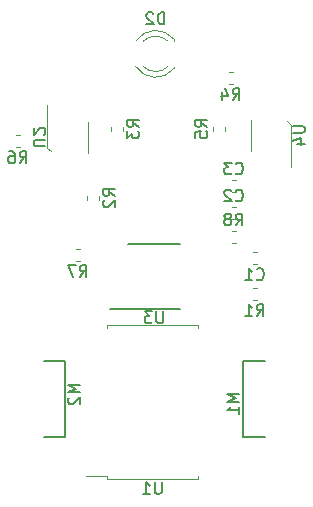
<source format=gbr>
G04 #@! TF.GenerationSoftware,KiCad,Pcbnew,(5.1.5)-3*
G04 #@! TF.CreationDate,2020-04-08T22:33:11-07:00*
G04 #@! TF.ProjectId,microbug,6d696372-6f62-4756-972e-6b696361645f,rev?*
G04 #@! TF.SameCoordinates,Original*
G04 #@! TF.FileFunction,Legend,Bot*
G04 #@! TF.FilePolarity,Positive*
%FSLAX46Y46*%
G04 Gerber Fmt 4.6, Leading zero omitted, Abs format (unit mm)*
G04 Created by KiCad (PCBNEW (5.1.5)-3) date 2020-04-08 22:33:11*
%MOMM*%
%LPD*%
G04 APERTURE LIST*
%ADD10C,0.120000*%
%ADD11C,0.150000*%
G04 APERTURE END LIST*
D10*
X60148000Y-94159000D02*
X58333000Y-94159000D01*
X60148000Y-94394000D02*
X60148000Y-94159000D01*
X64008000Y-94394000D02*
X60148000Y-94394000D01*
X67868000Y-94394000D02*
X67868000Y-94159000D01*
X64008000Y-94394000D02*
X67868000Y-94394000D01*
X60148000Y-81374000D02*
X60148000Y-81609000D01*
X64008000Y-81374000D02*
X60148000Y-81374000D01*
X67868000Y-81374000D02*
X67868000Y-81609000D01*
X64008000Y-81374000D02*
X67868000Y-81374000D01*
X75420000Y-64130000D02*
X75750000Y-64460000D01*
X75750000Y-64460000D02*
X75750000Y-68040000D01*
X72310000Y-66610000D02*
X72310000Y-64010000D01*
D11*
X60360000Y-80016000D02*
X66335000Y-80016000D01*
X61935000Y-74491000D02*
X66335000Y-74491000D01*
D10*
X55390000Y-66680000D02*
X55060000Y-66350000D01*
X55060000Y-66350000D02*
X55060000Y-62770000D01*
X58500000Y-64200000D02*
X58500000Y-66800000D01*
X71037267Y-74424000D02*
X70694733Y-74424000D01*
X71037267Y-73404000D02*
X70694733Y-73404000D01*
X57486733Y-74928000D02*
X57829267Y-74928000D01*
X57486733Y-75948000D02*
X57829267Y-75948000D01*
X52406733Y-65276000D02*
X52749267Y-65276000D01*
X52406733Y-66296000D02*
X52749267Y-66296000D01*
X70106000Y-64598733D02*
X70106000Y-64941267D01*
X69086000Y-64598733D02*
X69086000Y-64941267D01*
X70440733Y-59942000D02*
X70783267Y-59942000D01*
X70440733Y-60962000D02*
X70783267Y-60962000D01*
X60450000Y-64941267D02*
X60450000Y-64598733D01*
X61470000Y-64941267D02*
X61470000Y-64598733D01*
X58418000Y-70783267D02*
X58418000Y-70440733D01*
X59438000Y-70783267D02*
X59438000Y-70440733D01*
X72472733Y-78230000D02*
X72815267Y-78230000D01*
X72472733Y-79250000D02*
X72815267Y-79250000D01*
D11*
X56588000Y-84430000D02*
X54788000Y-84430000D01*
X56588000Y-90830000D02*
X56588000Y-84430000D01*
X54788000Y-90830000D02*
X56588000Y-90830000D01*
X71682000Y-90830000D02*
X73482000Y-90830000D01*
X71682000Y-84430000D02*
X71682000Y-90830000D01*
X73482000Y-84430000D02*
X71682000Y-84430000D01*
D10*
X65822000Y-59500000D02*
X65822000Y-59656000D01*
X65822000Y-57184000D02*
X65822000Y-57340000D01*
X63220870Y-59499837D02*
G75*
G03X65302961Y-59500000I1041130J1079837D01*
G01*
X63220870Y-57340163D02*
G75*
G02X65302961Y-57340000I1041130J-1079837D01*
G01*
X62589665Y-59498608D02*
G75*
G03X65822000Y-59655516I1672335J1078608D01*
G01*
X62589665Y-57341392D02*
G75*
G02X65822000Y-57184484I1672335J-1078608D01*
G01*
X71037267Y-70106000D02*
X70694733Y-70106000D01*
X71037267Y-69086000D02*
X70694733Y-69086000D01*
X71037267Y-72392000D02*
X70694733Y-72392000D01*
X71037267Y-71372000D02*
X70694733Y-71372000D01*
X72472733Y-75182000D02*
X72815267Y-75182000D01*
X72472733Y-76202000D02*
X72815267Y-76202000D01*
D11*
X64769904Y-94686380D02*
X64769904Y-95495904D01*
X64722285Y-95591142D01*
X64674666Y-95638761D01*
X64579428Y-95686380D01*
X64388952Y-95686380D01*
X64293714Y-95638761D01*
X64246095Y-95591142D01*
X64198476Y-95495904D01*
X64198476Y-94686380D01*
X63198476Y-95686380D02*
X63769904Y-95686380D01*
X63484190Y-95686380D02*
X63484190Y-94686380D01*
X63579428Y-94829238D01*
X63674666Y-94924476D01*
X63769904Y-94972095D01*
X75882380Y-64548095D02*
X76691904Y-64548095D01*
X76787142Y-64595714D01*
X76834761Y-64643333D01*
X76882380Y-64738571D01*
X76882380Y-64929047D01*
X76834761Y-65024285D01*
X76787142Y-65071904D01*
X76691904Y-65119523D01*
X75882380Y-65119523D01*
X76215714Y-66024285D02*
X76882380Y-66024285D01*
X75834761Y-65786190D02*
X76549047Y-65548095D01*
X76549047Y-66167142D01*
X64896904Y-80218380D02*
X64896904Y-81027904D01*
X64849285Y-81123142D01*
X64801666Y-81170761D01*
X64706428Y-81218380D01*
X64515952Y-81218380D01*
X64420714Y-81170761D01*
X64373095Y-81123142D01*
X64325476Y-81027904D01*
X64325476Y-80218380D01*
X63944523Y-80218380D02*
X63325476Y-80218380D01*
X63658809Y-80599333D01*
X63515952Y-80599333D01*
X63420714Y-80646952D01*
X63373095Y-80694571D01*
X63325476Y-80789809D01*
X63325476Y-81027904D01*
X63373095Y-81123142D01*
X63420714Y-81170761D01*
X63515952Y-81218380D01*
X63801666Y-81218380D01*
X63896904Y-81170761D01*
X63944523Y-81123142D01*
X54927619Y-66261904D02*
X54118095Y-66261904D01*
X54022857Y-66214285D01*
X53975238Y-66166666D01*
X53927619Y-66071428D01*
X53927619Y-65880952D01*
X53975238Y-65785714D01*
X54022857Y-65738095D01*
X54118095Y-65690476D01*
X54927619Y-65690476D01*
X54832380Y-65261904D02*
X54880000Y-65214285D01*
X54927619Y-65119047D01*
X54927619Y-64880952D01*
X54880000Y-64785714D01*
X54832380Y-64738095D01*
X54737142Y-64690476D01*
X54641904Y-64690476D01*
X54499047Y-64738095D01*
X53927619Y-65309523D01*
X53927619Y-64690476D01*
X71032666Y-72936380D02*
X71366000Y-72460190D01*
X71604095Y-72936380D02*
X71604095Y-71936380D01*
X71223142Y-71936380D01*
X71127904Y-71984000D01*
X71080285Y-72031619D01*
X71032666Y-72126857D01*
X71032666Y-72269714D01*
X71080285Y-72364952D01*
X71127904Y-72412571D01*
X71223142Y-72460190D01*
X71604095Y-72460190D01*
X70461238Y-72364952D02*
X70556476Y-72317333D01*
X70604095Y-72269714D01*
X70651714Y-72174476D01*
X70651714Y-72126857D01*
X70604095Y-72031619D01*
X70556476Y-71984000D01*
X70461238Y-71936380D01*
X70270761Y-71936380D01*
X70175523Y-71984000D01*
X70127904Y-72031619D01*
X70080285Y-72126857D01*
X70080285Y-72174476D01*
X70127904Y-72269714D01*
X70175523Y-72317333D01*
X70270761Y-72364952D01*
X70461238Y-72364952D01*
X70556476Y-72412571D01*
X70604095Y-72460190D01*
X70651714Y-72555428D01*
X70651714Y-72745904D01*
X70604095Y-72841142D01*
X70556476Y-72888761D01*
X70461238Y-72936380D01*
X70270761Y-72936380D01*
X70175523Y-72888761D01*
X70127904Y-72841142D01*
X70080285Y-72745904D01*
X70080285Y-72555428D01*
X70127904Y-72460190D01*
X70175523Y-72412571D01*
X70270761Y-72364952D01*
X57824666Y-77320380D02*
X58158000Y-76844190D01*
X58396095Y-77320380D02*
X58396095Y-76320380D01*
X58015142Y-76320380D01*
X57919904Y-76368000D01*
X57872285Y-76415619D01*
X57824666Y-76510857D01*
X57824666Y-76653714D01*
X57872285Y-76748952D01*
X57919904Y-76796571D01*
X58015142Y-76844190D01*
X58396095Y-76844190D01*
X57491333Y-76320380D02*
X56824666Y-76320380D01*
X57253238Y-77320380D01*
X52744666Y-67668380D02*
X53078000Y-67192190D01*
X53316095Y-67668380D02*
X53316095Y-66668380D01*
X52935142Y-66668380D01*
X52839904Y-66716000D01*
X52792285Y-66763619D01*
X52744666Y-66858857D01*
X52744666Y-67001714D01*
X52792285Y-67096952D01*
X52839904Y-67144571D01*
X52935142Y-67192190D01*
X53316095Y-67192190D01*
X51887523Y-66668380D02*
X52078000Y-66668380D01*
X52173238Y-66716000D01*
X52220857Y-66763619D01*
X52316095Y-66906476D01*
X52363714Y-67096952D01*
X52363714Y-67477904D01*
X52316095Y-67573142D01*
X52268476Y-67620761D01*
X52173238Y-67668380D01*
X51982761Y-67668380D01*
X51887523Y-67620761D01*
X51839904Y-67573142D01*
X51792285Y-67477904D01*
X51792285Y-67239809D01*
X51839904Y-67144571D01*
X51887523Y-67096952D01*
X51982761Y-67049333D01*
X52173238Y-67049333D01*
X52268476Y-67096952D01*
X52316095Y-67144571D01*
X52363714Y-67239809D01*
X68618380Y-64603333D02*
X68142190Y-64270000D01*
X68618380Y-64031904D02*
X67618380Y-64031904D01*
X67618380Y-64412857D01*
X67666000Y-64508095D01*
X67713619Y-64555714D01*
X67808857Y-64603333D01*
X67951714Y-64603333D01*
X68046952Y-64555714D01*
X68094571Y-64508095D01*
X68142190Y-64412857D01*
X68142190Y-64031904D01*
X67618380Y-65508095D02*
X67618380Y-65031904D01*
X68094571Y-64984285D01*
X68046952Y-65031904D01*
X67999333Y-65127142D01*
X67999333Y-65365238D01*
X68046952Y-65460476D01*
X68094571Y-65508095D01*
X68189809Y-65555714D01*
X68427904Y-65555714D01*
X68523142Y-65508095D01*
X68570761Y-65460476D01*
X68618380Y-65365238D01*
X68618380Y-65127142D01*
X68570761Y-65031904D01*
X68523142Y-64984285D01*
X70778666Y-62334380D02*
X71112000Y-61858190D01*
X71350095Y-62334380D02*
X71350095Y-61334380D01*
X70969142Y-61334380D01*
X70873904Y-61382000D01*
X70826285Y-61429619D01*
X70778666Y-61524857D01*
X70778666Y-61667714D01*
X70826285Y-61762952D01*
X70873904Y-61810571D01*
X70969142Y-61858190D01*
X71350095Y-61858190D01*
X69921523Y-61667714D02*
X69921523Y-62334380D01*
X70159619Y-61286761D02*
X70397714Y-62001047D01*
X69778666Y-62001047D01*
X62842380Y-64603333D02*
X62366190Y-64270000D01*
X62842380Y-64031904D02*
X61842380Y-64031904D01*
X61842380Y-64412857D01*
X61890000Y-64508095D01*
X61937619Y-64555714D01*
X62032857Y-64603333D01*
X62175714Y-64603333D01*
X62270952Y-64555714D01*
X62318571Y-64508095D01*
X62366190Y-64412857D01*
X62366190Y-64031904D01*
X61842380Y-64936666D02*
X61842380Y-65555714D01*
X62223333Y-65222380D01*
X62223333Y-65365238D01*
X62270952Y-65460476D01*
X62318571Y-65508095D01*
X62413809Y-65555714D01*
X62651904Y-65555714D01*
X62747142Y-65508095D01*
X62794761Y-65460476D01*
X62842380Y-65365238D01*
X62842380Y-65079523D01*
X62794761Y-64984285D01*
X62747142Y-64936666D01*
X60810380Y-70445333D02*
X60334190Y-70112000D01*
X60810380Y-69873904D02*
X59810380Y-69873904D01*
X59810380Y-70254857D01*
X59858000Y-70350095D01*
X59905619Y-70397714D01*
X60000857Y-70445333D01*
X60143714Y-70445333D01*
X60238952Y-70397714D01*
X60286571Y-70350095D01*
X60334190Y-70254857D01*
X60334190Y-69873904D01*
X59905619Y-70826285D02*
X59858000Y-70873904D01*
X59810380Y-70969142D01*
X59810380Y-71207238D01*
X59858000Y-71302476D01*
X59905619Y-71350095D01*
X60000857Y-71397714D01*
X60096095Y-71397714D01*
X60238952Y-71350095D01*
X60810380Y-70778666D01*
X60810380Y-71397714D01*
X72810666Y-80622380D02*
X73144000Y-80146190D01*
X73382095Y-80622380D02*
X73382095Y-79622380D01*
X73001142Y-79622380D01*
X72905904Y-79670000D01*
X72858285Y-79717619D01*
X72810666Y-79812857D01*
X72810666Y-79955714D01*
X72858285Y-80050952D01*
X72905904Y-80098571D01*
X73001142Y-80146190D01*
X73382095Y-80146190D01*
X71858285Y-80622380D02*
X72429714Y-80622380D01*
X72144000Y-80622380D02*
X72144000Y-79622380D01*
X72239238Y-79765238D01*
X72334476Y-79860476D01*
X72429714Y-79908095D01*
X57840380Y-86420476D02*
X56840380Y-86420476D01*
X57554666Y-86753809D01*
X56840380Y-87087142D01*
X57840380Y-87087142D01*
X56935619Y-87515714D02*
X56888000Y-87563333D01*
X56840380Y-87658571D01*
X56840380Y-87896666D01*
X56888000Y-87991904D01*
X56935619Y-88039523D01*
X57030857Y-88087142D01*
X57126095Y-88087142D01*
X57268952Y-88039523D01*
X57840380Y-87468095D01*
X57840380Y-88087142D01*
X71334380Y-87220476D02*
X70334380Y-87220476D01*
X71048666Y-87553809D01*
X70334380Y-87887142D01*
X71334380Y-87887142D01*
X71334380Y-88887142D02*
X71334380Y-88315714D01*
X71334380Y-88601428D02*
X70334380Y-88601428D01*
X70477238Y-88506190D01*
X70572476Y-88410952D01*
X70620095Y-88315714D01*
X65000095Y-55912380D02*
X65000095Y-54912380D01*
X64762000Y-54912380D01*
X64619142Y-54960000D01*
X64523904Y-55055238D01*
X64476285Y-55150476D01*
X64428666Y-55340952D01*
X64428666Y-55483809D01*
X64476285Y-55674285D01*
X64523904Y-55769523D01*
X64619142Y-55864761D01*
X64762000Y-55912380D01*
X65000095Y-55912380D01*
X64047714Y-55007619D02*
X64000095Y-54960000D01*
X63904857Y-54912380D01*
X63666761Y-54912380D01*
X63571523Y-54960000D01*
X63523904Y-55007619D01*
X63476285Y-55102857D01*
X63476285Y-55198095D01*
X63523904Y-55340952D01*
X64095333Y-55912380D01*
X63476285Y-55912380D01*
X71032666Y-68523142D02*
X71080285Y-68570761D01*
X71223142Y-68618380D01*
X71318380Y-68618380D01*
X71461238Y-68570761D01*
X71556476Y-68475523D01*
X71604095Y-68380285D01*
X71651714Y-68189809D01*
X71651714Y-68046952D01*
X71604095Y-67856476D01*
X71556476Y-67761238D01*
X71461238Y-67666000D01*
X71318380Y-67618380D01*
X71223142Y-67618380D01*
X71080285Y-67666000D01*
X71032666Y-67713619D01*
X70699333Y-67618380D02*
X70080285Y-67618380D01*
X70413619Y-67999333D01*
X70270761Y-67999333D01*
X70175523Y-68046952D01*
X70127904Y-68094571D01*
X70080285Y-68189809D01*
X70080285Y-68427904D01*
X70127904Y-68523142D01*
X70175523Y-68570761D01*
X70270761Y-68618380D01*
X70556476Y-68618380D01*
X70651714Y-68570761D01*
X70699333Y-68523142D01*
X71032666Y-70809142D02*
X71080285Y-70856761D01*
X71223142Y-70904380D01*
X71318380Y-70904380D01*
X71461238Y-70856761D01*
X71556476Y-70761523D01*
X71604095Y-70666285D01*
X71651714Y-70475809D01*
X71651714Y-70332952D01*
X71604095Y-70142476D01*
X71556476Y-70047238D01*
X71461238Y-69952000D01*
X71318380Y-69904380D01*
X71223142Y-69904380D01*
X71080285Y-69952000D01*
X71032666Y-69999619D01*
X70651714Y-69999619D02*
X70604095Y-69952000D01*
X70508857Y-69904380D01*
X70270761Y-69904380D01*
X70175523Y-69952000D01*
X70127904Y-69999619D01*
X70080285Y-70094857D01*
X70080285Y-70190095D01*
X70127904Y-70332952D01*
X70699333Y-70904380D01*
X70080285Y-70904380D01*
X72810666Y-77479142D02*
X72858285Y-77526761D01*
X73001142Y-77574380D01*
X73096380Y-77574380D01*
X73239238Y-77526761D01*
X73334476Y-77431523D01*
X73382095Y-77336285D01*
X73429714Y-77145809D01*
X73429714Y-77002952D01*
X73382095Y-76812476D01*
X73334476Y-76717238D01*
X73239238Y-76622000D01*
X73096380Y-76574380D01*
X73001142Y-76574380D01*
X72858285Y-76622000D01*
X72810666Y-76669619D01*
X71858285Y-77574380D02*
X72429714Y-77574380D01*
X72144000Y-77574380D02*
X72144000Y-76574380D01*
X72239238Y-76717238D01*
X72334476Y-76812476D01*
X72429714Y-76860095D01*
M02*

</source>
